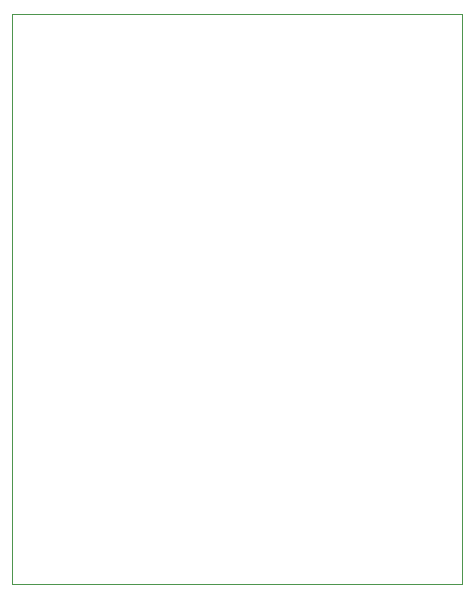
<source format=gbr>
G04 #@! TF.GenerationSoftware,KiCad,Pcbnew,5.1.5-52549c5~86~ubuntu18.04.1*
G04 #@! TF.CreationDate,2020-09-07T14:49:02-05:00*
G04 #@! TF.ProjectId,C01,4330312e-6b69-4636-9164-5f7063625858,rev?*
G04 #@! TF.SameCoordinates,Original*
G04 #@! TF.FileFunction,Profile,NP*
%FSLAX46Y46*%
G04 Gerber Fmt 4.6, Leading zero omitted, Abs format (unit mm)*
G04 Created by KiCad (PCBNEW 5.1.5-52549c5~86~ubuntu18.04.1) date 2020-09-07 14:49:02*
%MOMM*%
%LPD*%
G04 APERTURE LIST*
%ADD10C,0.050000*%
G04 APERTURE END LIST*
D10*
X20000000Y-68260000D02*
X58100000Y-68260000D01*
X58100000Y-20000000D02*
X58100000Y-68260000D01*
X20000000Y-20000000D02*
X58100000Y-20000000D01*
X20000000Y-20000000D02*
X20000000Y-68260000D01*
M02*

</source>
